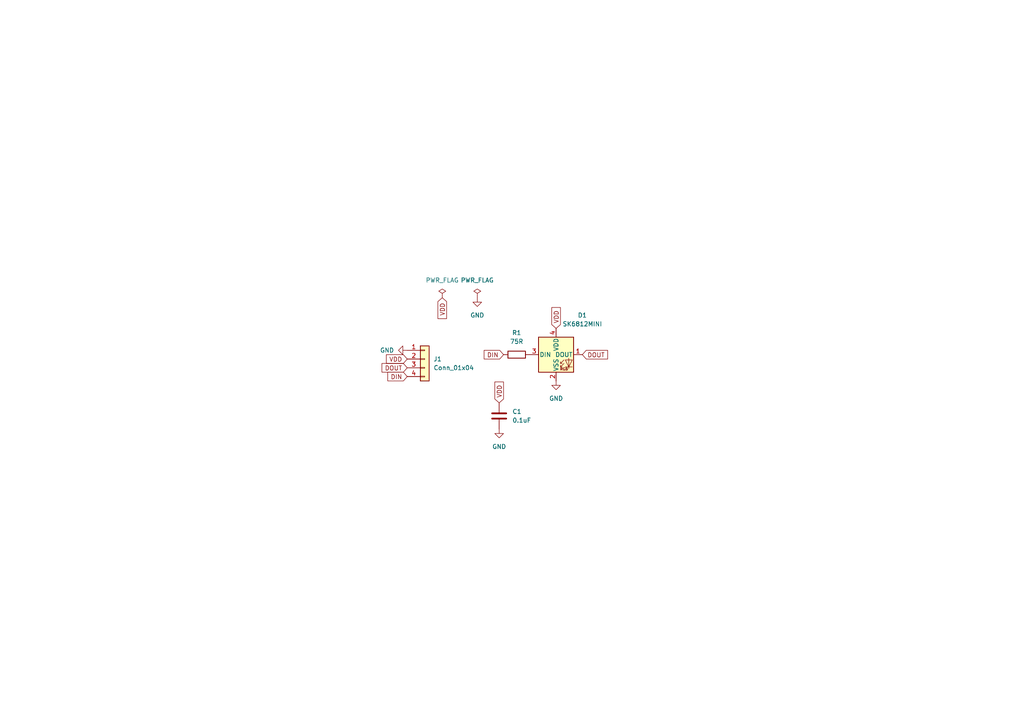
<source format=kicad_sch>
(kicad_sch (version 20230121) (generator eeschema)
  (paper "A4")
  (title_block (title "LED Board") (date "2024-01-17") (rev "0"))
  (lib_symbols
    (symbol "Connector_Generic:Conn_01x04" (pin_names (offset 1.016) hide)
      (property "Reference" "J" (at 0 5.08 0))
      (property "Value" "Conn_01x04" (at 0 -7.62 0))
      (symbol "Conn_01x04_1_1"
        (rectangle (start -1.27 -4.953) (end 0 -5.207) (stroke (width 0.1524)))
        (rectangle (start -1.27 -2.413) (end 0 -2.667) (stroke (width 0.1524)))
        (rectangle (start -1.27 0.127) (end 0 -0.127) (stroke (width 0.1524)))
        (rectangle (start -1.27 2.667) (end 0 2.413) (stroke (width 0.1524)))
        (rectangle (start -1.27 3.81) (end 1.27 -6.35) (stroke (width 0.254)) (fill (type background)))
        (pin passive line (at -5.08 2.54 0) (length 3.81) (name "Pin_1") (number "1"))
        (pin passive line (at -5.08 0 0) (length 3.81) (name "Pin_2") (number "2"))
        (pin passive line (at -5.08 -2.54 0) (length 3.81) (name "Pin_3") (number "3"))
        (pin passive line (at -5.08 -5.08 0) (length 3.81) (name "Pin_4") (number "4"))
      )
    )
    (symbol "Device:C" (pin_numbers hide) (pin_names (offset 0.254))
      (property "Reference" "C" (at 0.635 2.54 0))
      (property "Value" "C" (at 0.635 -2.54 0))
      (symbol "C_0_1"
        (polyline (pts (xy -2.032 -0.762) (xy 2.032 -0.762)) (stroke (width 0.508)))
        (polyline (pts (xy -2.032 0.762) (xy 2.032 0.762)) (stroke (width 0.508)))
      )
      (symbol "C_1_1"
        (pin passive line (at 0 3.81 270) (length 2.794) (name "~") (number "1"))
        (pin passive line (at 0 -3.81 90) (length 2.794) (name "~") (number "2"))
      )
    )
    (symbol "Device:R" (pin_numbers hide) (pin_names (offset 0))
      (property "Reference" "R" (at 2.032 0 90))
      (property "Value" "R" (at 0 0 90))
      (symbol "R_0_1"
        (rectangle (start -1.016 -2.54) (end 1.016 2.54) (stroke (width 0.254)))
      )
      (symbol "R_1_1"
        (pin passive line (at 0 3.81 270) (length 1.27) (name "~") (number "1"))
        (pin passive line (at 0 -3.81 90) (length 1.27) (name "~") (number "2"))
      )
    )
    (symbol "LED:SK6812MINI" (pin_names (offset 0.254))
      (property "Reference" "D" (at 5.08 5.715 0))
      (property "Value" "SK6812MINI" (at 1.27 -5.715 0))
      (symbol "SK6812MINI_0_0"
        (text "RGB" (at 2.286 -4.191 0) (effects (font (size 0.762 0.762))))
      )
      (symbol "SK6812MINI_0_1"
        (polyline (pts (xy 1.27 -3.556) (xy 1.778 -3.556)))
        (polyline (pts (xy 1.27 -2.54) (xy 1.778 -2.54)))
        (polyline (pts (xy 4.699 -3.556) (xy 2.667 -3.556)))
        (polyline (pts (xy 2.286 -2.54) (xy 1.27 -3.556) (xy 1.27 -3.048)))
        (polyline (pts (xy 2.286 -1.524) (xy 1.27 -2.54) (xy 1.27 -2.032)))
        (polyline (pts (xy 3.683 -1.016) (xy 3.683 -3.556) (xy 3.683 -4.064)))
        (polyline (pts (xy 4.699 -1.524) (xy 2.667 -1.524) (xy 3.683 -3.556) (xy 4.699 -1.524)))
        (rectangle (start 5.08 5.08) (end -5.08 -5.08) (stroke (width 0.254)) (fill (type background)))
      )
      (symbol "SK6812MINI_1_1"
        (pin output line (at 7.62 0 180) (length 2.54) (name "DOUT") (number "1"))
        (pin power_in line (at 0 -7.62 90) (length 2.54) (name "VSS") (number "2"))
        (pin input line (at -7.62 0 0) (length 2.54) (name "DIN") (number "3"))
        (pin power_in line (at 0 7.62 270) (length 2.54) (name "VDD") (number "4"))
      )
    )
    (symbol "power:GND" (power) (pin_names (offset 0))
      (property "Value" "GND" (at 0 -3.81 0))
      (symbol "GND_0_1"
        (polyline (pts (xy 0 0) (xy 0 -1.27) (xy 1.27 -1.27) (xy 0 -2.54) (xy -1.27 -1.27) (xy 0 -1.27)))
      )
      (symbol "GND_1_1"
        (pin power_in line (at 0 0 270) (length 0) hide (name "GND") (number "1"))
      )
    )
    (symbol "power:PWR_FLAG" (power) (pin_numbers hide) (pin_names (offset 0) hide)
      (property "Value" "PWR_FLAG" (at 0 3.81 0))
      (symbol "PWR_FLAG_0_0"
        (pin power_out line (at 0 0 90) (length 0) (name "pwr") (number "1"))
      )
      (symbol "PWR_FLAG_0_1"
        (polyline (pts (xy 0 0) (xy 0 1.27) (xy -1.016 1.905) (xy 0 2.54) (xy 1.016 1.905) (xy 0 1.27)))
      )
    )
  )
  (global_label "DIN" (shape input) (at 146.05 102.87 180) (property "Intersheetrefs" "${INTERSHEET_REFS}" (effects hide)))
  (global_label "DOUT" (shape input) (at 118.11 106.68 180) (property "Intersheetrefs" "${INTERSHEET_REFS}" (effects hide)))
  (global_label "VDD" (shape input) (at 161.29 95.25 90) (property "Intersheetrefs" "${INTERSHEET_REFS}" (effects hide)))
  (global_label "VDD" (shape input) (at 144.78 116.84 90) (property "Intersheetrefs" "${INTERSHEET_REFS}" (effects hide)))
  (global_label "VDD" (shape input) (at 128.27 86.36 270) (property "Intersheetrefs" "${INTERSHEET_REFS}" (effects hide)))
  (global_label "DOUT" (shape input) (at 168.91 102.87 0) (property "Intersheetrefs" "${INTERSHEET_REFS}" (effects hide)))
  (global_label "VDD" (shape input) (at 118.11 104.14 180) (property "Intersheetrefs" "${INTERSHEET_REFS}" (effects hide)))
  (global_label "DIN" (shape input) (at 118.11 109.22 180) (property "Intersheetrefs" "${INTERSHEET_REFS}" (effects hide)))
  (symbol (lib_id "Device:R") (at 149.86 102.87 90) (unit 1)
    (property "Reference" "R1" (at 149.86 96.52 90))
    (property "Value" "75R" (at 149.86 99.06 90))
    (property "Footprint" "Resistor_SMD:R_0805_2012Metric_Pad1.20x1.40mm_HandSolder" (effects hide))
  )
  (symbol (lib_id "power:PWR_FLAG") (at 138.43 86.36 0) (unit 1)
    (property "Reference" "#FLG02" (effects hide))
    (property "Value" "PWR_FLAG" (at 138.43 81.28 0))
  )
  (symbol (lib_id "power:GND") (at 118.11 101.6 270) (mirror x) (unit 1)
    (property "Reference" "#PWR03" (effects hide))
    (property "Value" "GND" (at 114.3 101.6 90) (effects (justify right)))
  )
  (symbol (lib_id "power:GND") (at 144.78 124.46 0) (unit 1)
    (property "Reference" "#PWR01" (effects hide))
    (property "Value" "GND" (at 144.78 129.54 0))
  )
  (symbol (lib_id "Device:C") (at 144.78 120.65 180) (unit 1)
    (property "Reference" "C1" (at 148.59 119.38 0) (effects (justify right)))
    (property "Value" "0.1uF" (at 148.59 121.92 0) (effects (justify right)))
    (property "Footprint" "Capacitor_SMD:C_0805_2012Metric_Pad1.18x1.45mm_HandSolder" (effects hide))
  )
  (symbol (lib_id "Connector_Generic:Conn_01x04") (at 123.19 104.14 0) (unit 1)
    (property "Reference" "J1" (at 125.73 104.14 0) (effects (justify left)))
    (property "Value" "Conn_01x04" (at 125.73 106.68 0) (effects (justify left)))
    (property "Footprint" "Library:SolderWirePad_1x04_SMD_1x2mm" (effects hide))
  )
  (symbol (lib_id "power:GND") (at 138.43 86.36 0) (mirror y) (unit 1)
    (property "Reference" "#PWR04" (effects hide))
    (property "Value" "GND" (at 138.43 91.44 0))
  )
  (symbol (lib_id "power:GND") (at 161.29 110.49 0) (unit 1)
    (property "Reference" "#PWR02" (effects hide))
    (property "Value" "GND" (at 161.29 115.57 0))
  )
  (symbol (lib_id "LED:SK6812MINI") (at 161.29 102.87 0) (unit 1)
    (property "Reference" "D1" (at 168.91 91.44 0))
    (property "Value" "SK6812MINI" (at 168.91 93.98 0))
    (property "Footprint" "Library:SK6812-MINI-E" (effects hide))
    (property "Datasheet" "https://cdn-shop.adafruit.com/product-files/2686/SK6812MINI_REV.01-1-2.pdf" (effects hide))
  )
  (symbol (lib_id "power:PWR_FLAG") (at 128.27 86.36 0) (unit 1)
    (property "Reference" "#FLG01" (effects hide))
    (property "Value" "PWR_FLAG" (at 128.27 81.28 0))
  )
)
</source>
